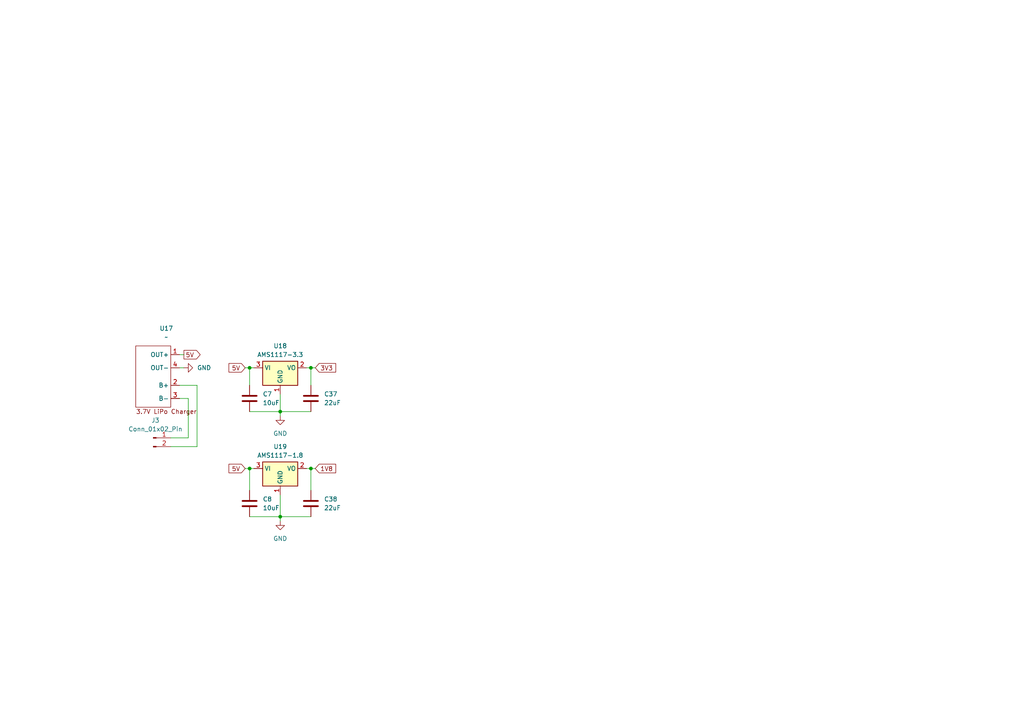
<source format=kicad_sch>
(kicad_sch (version 20250114) (generator "eeschema") (generator_version "9.0")
  (paper "A4")
  (lib_symbols
    (symbol "Connector:Conn_01x02_Pin" (pin_names (offset 1.016) (hide yes))
      (property "Reference" "J" (at 0 2.54 0))
      (property "Value" "Conn_01x02_Pin" (at 0 -5.08 0))
      (symbol "Conn_01x02_Pin_1_1"
        (rectangle (start 0.8636 0.127) (end 0 -0.127) (stroke (width 0.1524)) (fill (type outline)))
        (rectangle (start 0.8636 -2.413) (end 0 -2.667) (stroke (width 0.1524)) (fill (type outline)))
        (polyline (pts (xy 1.27 0) (xy 0.8636 0)) (stroke (width 0.1524)))
        (polyline (pts (xy 1.27 -2.54) (xy 0.8636 -2.54)) (stroke (width 0.1524)))
        (pin passive line (at 5.08 0 180) (length 3.81) (name "Pin_1") (number "1"))
        (pin passive line (at 5.08 -2.54 180) (length 3.81) (name "Pin_2") (number "2"))
      )
    )
    (symbol "Device:C" (pin_numbers (hide yes)) (pin_names (offset 0.254))
      (property "Reference" "C" (at 0.635 2.54 0))
      (property "Value" "C" (at 0.635 -2.54 0))
      (symbol "C_0_1"
        (polyline (pts (xy -2.032 0.762) (xy 2.032 0.762)) (stroke (width 0.508)))
        (polyline (pts (xy -2.032 -0.762) (xy 2.032 -0.762)) (stroke (width 0.508)))
      )
      (symbol "C_1_1"
        (pin passive line (at 0 3.81 270) (length 2.794) (name "~") (number "1"))
        (pin passive line (at 0 -3.81 90) (length 2.794) (name "~") (number "2"))
      )
    )
    (symbol "Regulator_Linear:AMS1117-1.8"
      (property "Reference" "U" (at -3.81 3.175 0))
      (property "Value" "AMS1117-1.8" (at 0 3.175 0))
      (symbol "AMS1117-1.8_0_1"
        (rectangle (start -5.08 -5.08) (end 5.08 1.905) (stroke (width 0.254)) (fill (type background)))
      )
      (symbol "AMS1117-1.8_1_1"
        (pin power_in line (at -7.62 0 0) (length 2.54) (name "VI") (number "3"))
        (pin power_in line (at 0 -7.62 90) (length 2.54) (name "GND") (number "1"))
        (pin power_out line (at 7.62 0 180) (length 2.54) (name "VO") (number "2"))
      )
    )
    (symbol "Regulator_Linear:AMS1117-3.3"
      (property "Reference" "U" (at -3.81 3.175 0))
      (property "Value" "AMS1117-3.3" (at 0 3.175 0))
      (symbol "AMS1117-3.3_0_1"
        (rectangle (start -5.08 -5.08) (end 5.08 1.905) (stroke (width 0.254)) (fill (type background)))
      )
      (symbol "AMS1117-3.3_1_1"
        (pin power_in line (at -7.62 0 0) (length 2.54) (name "VI") (number "3"))
        (pin power_in line (at 0 -7.62 90) (length 2.54) (name "GND") (number "1"))
        (pin power_out line (at 7.62 0 180) (length 2.54) (name "VO") (number "2"))
      )
    )
    (symbol "power:GND" (power) (pin_numbers (hide yes)) (pin_names (offset 0) (hide yes))
      (property "Value" "GND" (at 0 -3.81 0))
      (symbol "GND_0_1"
        (polyline (pts (xy 0 0) (xy 0 -1.27) (xy 1.27 -1.27) (xy 0 -2.54) (xy -1.27 -1.27) (xy 0 -1.27)))
      )
      (symbol "GND_1_1"
        (pin power_in line (at 0 0 270) (length 0) (name "~") (number "1"))
      )
    )
    (symbol "ray:3.7V_LiPo_Charging_Board"
      (property "Reference" "U" (at 0 0 0))
      (symbol "3.7V_LiPo_Charging_Board_0_1"
        (rectangle (start -5.08 8.89) (end 5.08 -8.89))
      )
      (symbol "3.7V_LiPo_Charging_Board_1_1"
        (text "3.7V LiPo Charger" (at 3.81 -10.16 0) (effects (font (size 1.27 1.27))))
        (pin power_out line (at 7.62 6.35 180) (length 2.54) (name "OUT+") (number "1"))
        (pin power_out line (at 7.62 2.54 180) (length 2.54) (name "OUT-") (number "4"))
        (pin power_in line (at 7.62 -2.54 180) (length 2.54) (name "B+") (number "2"))
        (pin power_in line (at 7.62 -6.35 180) (length 2.54) (name "B-") (number "3"))
      )
    )
  )
  (junction (at 81.28 149.86))
  (junction (at 90.17 135.89))
  (junction (at 72.39 135.89))
  (junction (at 90.17 106.68))
  (junction (at 81.28 119.38))
  (junction (at 72.39 106.68))
  (wire (pts (xy 81.28 119.38) (xy 90.17 119.38)))
  (wire (pts (xy 72.39 149.86) (xy 81.28 149.86)))
  (wire (pts (xy 72.39 106.68) (xy 72.39 111.76)))
  (wire (pts (xy 90.17 106.68) (xy 90.17 111.76)))
  (wire (pts (xy 81.28 151.13) (xy 81.28 149.86)))
  (wire (pts (xy 91.44 106.68) (xy 90.17 106.68)))
  (wire (pts (xy 57.15 111.76) (xy 57.15 129.54)))
  (wire (pts (xy 57.15 129.54) (xy 49.53 129.54)))
  (wire (pts (xy 91.44 135.89) (xy 90.17 135.89)))
  (wire (pts (xy 81.28 149.86) (xy 90.17 149.86)))
  (wire (pts (xy 81.28 120.65) (xy 81.28 119.38)))
  (wire (pts (xy 72.39 135.89) (xy 73.66 135.89)))
  (wire (pts (xy 54.61 127) (xy 49.53 127)))
  (wire (pts (xy 90.17 106.68) (xy 88.9 106.68)))
  (wire (pts (xy 54.61 115.57) (xy 54.61 127)))
  (wire (pts (xy 52.07 111.76) (xy 57.15 111.76)))
  (wire (pts (xy 81.28 149.86) (xy 81.28 143.51)))
  (wire (pts (xy 71.12 135.89) (xy 72.39 135.89)))
  (wire (pts (xy 71.12 106.68) (xy 72.39 106.68)))
  (wire (pts (xy 72.39 142.24) (xy 72.39 135.89)))
  (wire (pts (xy 53.34 106.68) (xy 52.07 106.68)))
  (wire (pts (xy 72.39 119.38) (xy 81.28 119.38)))
  (wire (pts (xy 52.07 115.57) (xy 54.61 115.57)))
  (wire (pts (xy 90.17 135.89) (xy 88.9 135.89)))
  (wire (pts (xy 72.39 106.68) (xy 73.66 106.68)))
  (wire (pts (xy 53.34 102.87) (xy 52.07 102.87)))
  (wire (pts (xy 90.17 135.89) (xy 90.17 142.24)))
  (wire (pts (xy 81.28 119.38) (xy 81.28 114.3)))
  (global_label "1V8" (shape input) (at 91.44 135.89 0) (property "Intersheetrefs" "${INTERSHEET_REFS}" (effects (hide yes))))
  (global_label "5V" (shape input) (at 71.12 135.89 180) (property "Intersheetrefs" "${INTERSHEET_REFS}" (effects (hide yes))))
  (global_label "3V3" (shape input) (at 91.44 106.68 0) (property "Intersheetrefs" "${INTERSHEET_REFS}" (effects (hide yes))))
  (global_label "5V" (shape output) (at 53.34 102.87 0) (property "Intersheetrefs" "${INTERSHEET_REFS}" (effects (hide yes))))
  (global_label "5V" (shape input) (at 71.12 106.68 180) (property "Intersheetrefs" "${INTERSHEET_REFS}" (effects (hide yes))))
  (symbol (lib_id "Regulator_Linear:AMS1117-3.3") (at 81.28 106.68 0) (unit 1)
    (property "Reference" "U18" (at 81.28 100.33 0))
    (property "Value" "AMS1117-3.3" (at 81.28 102.87 0))
    (property "Footprint" "Package_TO_SOT_SMD:SOT-223-3_TabPin2" (effects (hide yes)))
    (property "Datasheet" "http://www.advanced-monolithic.com/pdf/ds1117.pdf" (effects (hide yes)))
    (property "Description" "1A Low Dropout regulator, positive, 3.3V fixed output, SOT-223" (effects (hide yes)))
  )
  (symbol (lib_id "Connector:Conn_01x02_Pin") (at 44.45 127 0) (unit 1)
    (property "Reference" "J3" (at 45.085 121.92 0))
    (property "Value" "Conn_01x02_Pin" (at 45.085 124.46 0))
    (property "Footprint" "Connector_JST:JST_PH_S2B-PH-K_1x02_P2.00mm_Horizontal" (effects (hide yes)))
    (property "Description" "Generic connector, single row, 01x02, script generated" (effects (hide yes)))
  )
  (symbol (lib_id "Regulator_Linear:AMS1117-1.8") (at 81.28 135.89 0) (unit 1)
    (property "Reference" "U19" (at 81.28 129.54 0))
    (property "Value" "AMS1117-1.8" (at 81.28 132.08 0))
    (property "Footprint" "Package_TO_SOT_SMD:SOT-223-3_TabPin2" (effects (hide yes)))
    (property "Datasheet" "http://www.advanced-monolithic.com/pdf/ds1117.pdf" (effects (hide yes)))
    (property "Description" "1A Low Dropout regulator, positive, 1.8V fixed output, SOT-223" (effects (hide yes)))
  )
  (symbol (lib_id "power:GND") (at 81.28 120.65 0) (unit 1)
    (property "Reference" "#PWR07" (effects (hide yes)))
    (property "Value" "GND" (at 81.28 125.73 0))
    (property "Description" "Power symbol creates a global label with name \"GND\" , ground" (effects (hide yes)))
  )
  (symbol (lib_id "ray:3.7V_LiPo_Charging_Board") (at 44.45 109.22 0) (unit 1)
    (property "Reference" "U17" (at 48.24 95.25 0))
    (property "Value" "~" (at 48.24 97.79 0))
    (property "Footprint" "ray:3.7V_LiPo_Charging_Board" (effects (hide yes)))
  )
  (symbol (lib_id "power:GND") (at 81.28 151.13 0) (unit 1)
    (property "Reference" "#PWR0109" (effects (hide yes)))
    (property "Value" "GND" (at 81.28 156.21 0))
    (property "Description" "Power symbol creates a global label with name \"GND\" , ground" (effects (hide yes)))
  )
  (symbol (lib_id "power:GND") (at 53.34 106.68 90) (unit 1)
    (property "Reference" "#PWR04" (effects (hide yes)))
    (property "Value" "GND" (at 57.15 106.6799 90) (effects (justify right)))
    (property "Description" "Power symbol creates a global label with name \"GND\" , ground" (effects (hide yes)))
  )
  (symbol (lib_id "Device:C") (at 90.17 115.57 0) (unit 1)
    (property "Reference" "C37" (at 93.98 114.2999 0) (effects (justify left)))
    (property "Value" "22uF" (at 93.98 116.8399 0) (effects (justify left)))
    (property "Footprint" "Capacitor_SMD:C_0805_2012Metric_Pad1.18x1.45mm_HandSolder" (effects (hide yes)))
    (property "Description" "Unpolarized capacitor" (effects (hide yes)))
  )
  (symbol (lib_id "Device:C") (at 72.39 146.05 0) (unit 1)
    (property "Reference" "C8" (at 76.2 144.7799 0) (effects (justify left)))
    (property "Value" "10uF" (at 76.2 147.3199 0) (effects (justify left)))
    (property "Footprint" "Capacitor_SMD:C_0805_2012Metric_Pad1.18x1.45mm_HandSolder" (effects (hide yes)))
    (property "Description" "Unpolarized capacitor" (effects (hide yes)))
  )
  (symbol (lib_id "Device:C") (at 90.17 146.05 0) (unit 1)
    (property "Reference" "C38" (at 93.98 144.7799 0) (effects (justify left)))
    (property "Value" "22uF" (at 93.98 147.3199 0) (effects (justify left)))
    (property "Footprint" "Capacitor_SMD:C_0805_2012Metric_Pad1.18x1.45mm_HandSolder" (effects (hide yes)))
    (property "Description" "Unpolarized capacitor" (effects (hide yes)))
  )
  (symbol (lib_id "Device:C") (at 72.39 115.57 0) (unit 1)
    (property "Reference" "C7" (at 76.2 114.2999 0) (effects (justify left)))
    (property "Value" "10uF" (at 76.2 116.8399 0) (effects (justify left)))
    (property "Footprint" "Capacitor_SMD:C_0805_2012Metric_Pad1.18x1.45mm_HandSolder" (effects (hide yes)))
    (property "Description" "Unpolarized capacitor" (effects (hide yes)))
  )
)
</source>
